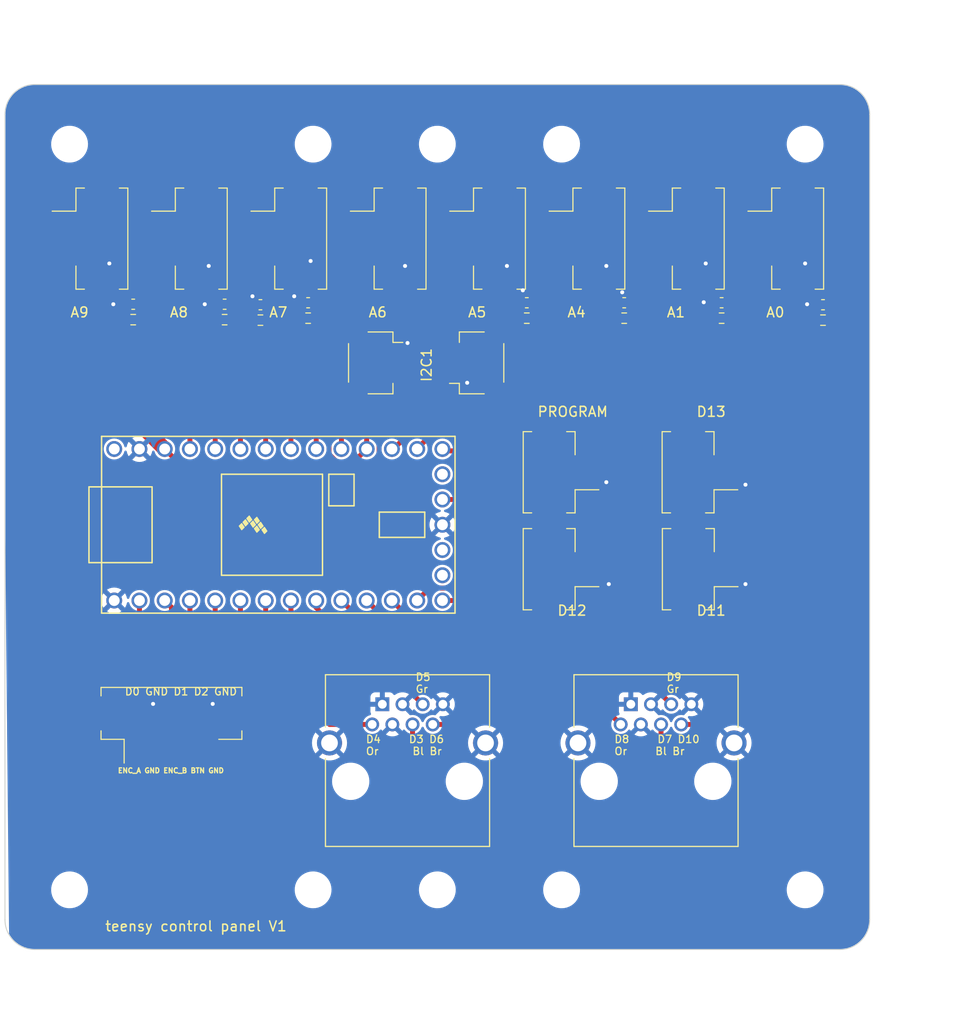
<source format=kicad_pcb>
(kicad_pcb (version 20221018) (generator pcbnew)
  (layers (0 "F.Cu" signal) (31 "B.Cu" signal) (34 "B.Paste" user) (35 "F.Paste" user) (36 "B.SilkS" user "B.Silkscreen") (37 "F.SilkS" user "F.Silkscreen") (38 "B.Mask" user) (39 "F.Mask" user) (44 "Edge.Cuts" user))
  (net 0 "")
  (net 4 "Net-(C201-Pad1)")
  (net 5 "GND")
  (net 6 "Net-(C301-Pad1)")
  (net 7 "Net-(C401-Pad1)")
  (net 8 "Net-(C501-Pad1)")
  (net 9 "Net-(C601-Pad1)")
  (net 10 "Net-(C701-Pad1)")
  (net 11 "Net-(C801-Pad1)")
  (net 12 "Net-(C901-Pad1)")
  (net 13 "D7")
  (net 14 "D10")
  (net 15 "D9")
  (net 16 "D8")
  (net 17 "D3")
  (net 18 "D6")
  (net 19 "D5")
  (net 20 "D4")
  (net 21 "+3.3V")
  (net 22 "SCL")
  (net 23 "SDA")
  (net 24 "A0")
  (net 25 "A1")
  (net 26 "A8")
  (net 27 "A9")
  (net 28 "A4")
  (net 29 "A5")
  (net 30 "A7")
  (net 31 "A6")
  (net 32 "SW_0")
  (net 33 "SW_1")
  (net 34 "SW_2")
  (net 35 "encoder_A")
  (net 36 "encoder_B")
  (net 37 "encoder_push")
  (net 38 "+VDC")
  (net 39 "PGRM")
  (footprint "MountingHole:MountingHole_3.2mm_M3" (layer "F.Cu") (at 53 129.5 90)
    (fp_text reference "H102" hide)
    (fp_text value "MountingHole" hide)
    (pad "" np_thru_hole circle (at 0 0 90) (size 3.2 3.2) (drill 3.2) (layers "*.Cu" "*.Mask"))
  )
  (footprint "Connector_JST:JST_PH_B3B-PH-SM4-TB_1x03-1MP_P2.00mm_Vertical" (layer "F.Cu") (at 84.5 64 -90)
    (fp_text reference "RV901" hide)
    (fp_text value "10k" hide)
    (pad "1" smd roundrect (at -2 0.5 270) (size 1 5.5) (layers "F.Cu" "F.Paste" "F.Mask") (net 21 "+3.3V"))
    (pad "2" smd roundrect (at 0 0.5 270) (size 1 5.5) (layers "F.Cu" "F.Paste" "F.Mask") (net 12 "Net-(C901-Pad1)"))
    (pad "3" smd roundrect (at 2 0.5 270) (size 1 5.5) (layers "F.Cu" "F.Paste" "F.Mask") (net 5 "GND"))
    (pad "MP" smd roundrect (at -4.4 -1.75 270) (size 1.6 3) (layers "F.Cu" "F.Paste" "F.Mask") (roundrect_rratio 0.15625))
    (pad "MP" smd roundrect (at 4.4 -1.75 270) (size 1.6 3) (layers "F.Cu" "F.Paste" "F.Mask") (roundrect_rratio 0.15625))
  )
  (footprint "MountingHole:MountingHole_3.2mm_M3" (layer "F.Cu") (at 77.5 54.5 90)
    (fp_text reference "H108" hide)
    (fp_text value "MountingHole" hide)
    (pad "" np_thru_hole circle (at 0 0 90) (size 3.2 3.2) (drill 3.2) (layers "*.Cu" "*.Mask"))
  )
  (footprint "matterwave:RJ45" (layer "F.Cu") (at 112 116.5)
    (fp_text reference "CO101" hide)
    (fp_text value "GPIO_D7-D10" hide)
    (pad "" np_thru_hole circle (at -5.715 2.08534) (size 3.25 3.25) (drill 3.25) (layers "*.Cu" "*.Mask"))
    (pad "" np_thru_hole circle (at 5.715 2.08534) (size 3.25 3.25) (drill 3.25) (layers "*.Cu" "*.Mask"))
    (pad "Bl" thru_hole circle (at 0.505 -3.63466) (size 1.398 1.398) (drill 0.89) (layers "*.Cu" "*.Mask") (net 13 "D7"))
    (pad "Bl*" thru_hole circle (at -0.505 -5.66466) (size 1.398 1.398) (drill 0.89) (layers "*.Cu" "*.Mask") (net 5 "GND"))
    (pad "Br" thru_hole circle (at 2.535 -3.63466) (size 1.398 1.398) (drill 0.89) (layers "*.Cu" "*.Mask") (net 14 "D10"))
    (pad "Br*" thru_hole circle (at 3.555 -5.66466) (size 1.398 1.398) (drill 0.89) (layers "*.Cu" "*.Mask") (net 5 "GND"))
    (pad "Gr" thru_hole circle (at 1.525 -5.66466) (size 1.398 1.398) (drill 0.89) (layers "*.Cu" "*.Mask") (net 15 "D9"))
    (pad "Gr*" thru_hole circle (at -1.525 -3.63466) (size 1.398 1.398) (drill 0.89) (layers "*.Cu" "*.Mask") (net 5 "GND"))
    (pad "Or" thru_hole circle (at -3.555 -3.63466) (size 1.398 1.398) (drill 0.89) (layers "*.Cu" "*.Mask") (net 16 "D8"))
    (pad "Or*" thru_hole rect (at -2.535 -5.66466) (size 1.398 1.398) (drill 0.89) (layers "*.Cu" "*.Mask") (net 5 "GND"))
    (pad "S" thru_hole circle (at -7.85 -1.77466) (size 2.52 2.52) (drill 1.68) (layers "*.Cu" "*.Mask") (net 5 "GND"))
    (pad "S" thru_hole circle (at 7.85 -1.77466) (size 2.52 2.52) (drill 1.68) (layers "*.Cu" "*.Mask") (net 5 "GND"))
  )
  (footprint "Connector_JST:JST_PH_B3B-PH-SM4-TB_1x03-1MP_P2.00mm_Vertical" (layer "F.Cu") (at 54.5 64 -90)
    (fp_text reference "RV501" hide)
    (fp_text value "10k" hide)
    (pad "1" smd roundrect (at -2 0.5 270) (size 1 5.5) (layers "F.Cu" "F.Paste" "F.Mask") (net 21 "+3.3V"))
    (pad "2" smd roundrect (at 0 0.5 270) (size 1 5.5) (layers "F.Cu" "F.Paste" "F.Mask") (net 8 "Net-(C501-Pad1)"))
    (pad "3" smd roundrect (at 2 0.5 270) (size 1 5.5) (layers "F.Cu" "F.Paste" "F.Mask") (net 5 "GND"))
    (pad "MP" smd roundrect (at -4.4 -1.75 270) (size 1.6 3) (layers "F.Cu" "F.Paste" "F.Mask") (roundrect_rratio 0.15625))
    (pad "MP" smd roundrect (at 4.4 -1.75 270) (size 1.6 3) (layers "F.Cu" "F.Paste" "F.Mask") (roundrect_rratio 0.15625))
  )
  (footprint "Resistor_SMD:R_0603_1608Metric" (layer "F.Cu") (at 128.8 72.2 180)
    (fp_text reference "R201" hide)
    (fp_text value "1k" hide)
    (pad "1" smd roundrect (at -0.825 0 180) (size 0.8 0.95) (layers "F.Cu" "F.Paste" "F.Mask") (net 4 "Net-(C201-Pad1)"))
    (pad "2" smd roundrect (at 0.825 0 180) (size 0.8 0.95) (layers "F.Cu" "F.Paste" "F.Mask") (net 24 "A0"))
  )
  (footprint "MountingHole:MountingHole_3.2mm_M3" (layer "F.Cu") (at 102.5 54.5 90)
    (fp_text reference "H110" hide)
    (fp_text value "MountingHole" hide)
    (pad "" np_thru_hole circle (at 0 0 90) (size 3.2 3.2) (drill 3.2) (layers "*.Cu" "*.Mask"))
  )
  (footprint "Connector_JST:JST_PH_B3B-PH-SM4-TB_1x03-1MP_P2.00mm_Vertical" (layer "F.Cu") (at 74.5 64 -90)
    (fp_text reference "RV801" hide)
    (fp_text value "10k" hide)
    (pad "1" smd roundrect (at -2 0.5 270) (size 1 5.5) (layers "F.Cu" "F.Paste" "F.Mask") (net 21 "+3.3V"))
    (pad "2" smd roundrect (at 0 0.5 270) (size 1 5.5) (layers "F.Cu" "F.Paste" "F.Mask") (net 11 "Net-(C801-Pad1)"))
    (pad "3" smd roundrect (at 2 0.5 270) (size 1 5.5) (layers "F.Cu" "F.Paste" "F.Mask") (net 5 "GND"))
    (pad "MP" smd roundrect (at -4.4 -1.75 270) (size 1.6 3) (layers "F.Cu" "F.Paste" "F.Mask") (roundrect_rratio 0.15625))
    (pad "MP" smd roundrect (at 4.4 -1.75 270) (size 1.6 3) (layers "F.Cu" "F.Paste" "F.Mask") (roundrect_rratio 0.15625))
  )
  (footprint "Resistor_SMD:R_0603_1608Metric" (layer "F.Cu") (at 108.8 72 180)
    (fp_text reference "R601" hide)
    (fp_text value "1k" hide)
    (pad "1" smd roundrect (at -0.825 0 180) (size 0.8 0.95) (layers "F.Cu" "F.Paste" "F.Mask") (net 9 "Net-(C601-Pad1)"))
    (pad "2" smd roundrect (at 0.825 0 180) (size 0.8 0.95) (layers "F.Cu" "F.Paste" "F.Mask") (net 28 "A4"))
  )
  (footprint "Resistor_SMD:R_0603_1608Metric" (layer "F.Cu") (at 77 72 180)
    (fp_text reference "R901" hide)
    (fp_text value "1k" hide)
    (pad "1" smd roundrect (at -0.825 0 180) (size 0.8 0.95) (layers "F.Cu" "F.Paste" "F.Mask") (net 12 "Net-(C901-Pad1)"))
    (pad "2" smd roundrect (at 0.825 0 180) (size 0.8 0.95) (layers "F.Cu" "F.Paste" "F.Mask") (net 31 "A6"))
  )
  (footprint "Capacitor_SMD:C_0603_1608Metric" (layer "F.Cu") (at 77 70.45 180)
    (fp_text reference "C901" hide)
    (fp_text value "220n" hide)
    (pad "1" smd roundrect (at -0.775 0 180) (size 0.9 0.95) (layers "F.Cu" "F.Paste" "F.Mask") (net 12 "Net-(C901-Pad1)"))
    (pad "2" smd roundrect (at 0.775 0 180) (size 0.9 0.95) (layers "F.Cu" "F.Paste" "F.Mask") (net 5 "GND"))
  )
  (footprint "Connector_JST:JST_PH_B2B-PH-SM4-TB_1x02-1MP_P2.00mm_Vertical" (layer "F.Cu") (at 103 97.25 90)
    (fp_text reference "SW103" hide)
    (fp_text value "SW_0" hide)
    (pad "1" smd roundrect (at -1 0.5 90) (size 1 5.5) (layers "F.Cu" "F.Paste" "F.Mask") (net 5 "GND"))
    (pad "2" smd roundrect (at 1 0.5 90) (size 1 5.5) (layers "F.Cu" "F.Paste" "F.Mask") (net 33 "SW_1"))
    (pad "MP" smd roundrect (at -3.4 -1.75 90) (size 1.6 3) (layers "F.Cu" "F.Paste" "F.Mask") (roundrect_rratio 0.15625))
    (pad "MP" smd roundrect (at 3.4 -1.75 90) (size 1.6 3) (layers "F.Cu" "F.Paste" "F.Mask") (roundrect_rratio 0.15625))
  )
  (footprint "teensy:Teensy40_reduced" (layer "F.Cu") (at 74 92.78)
    (fp_text reference "U101" hide)
    (fp_text value "Teensy4.0" hide)
    (pad "1" thru_hole circle (at -16.51 7.62) (size 1.6 1.6) (drill 1.1) (layers "*.Cu" "*.Mask") (net 5 "GND"))
    (pad "2" thru_hole circle (at -13.97 7.62) (size 1.6 1.6) (drill 1.1) (layers "*.Cu" "*.Mask") (net 35 "encoder_A"))
    (pad "3" thru_hole circle (at -11.43 7.62) (size 1.6 1.6) (drill 1.1) (layers "*.Cu" "*.Mask") (net 36 "encoder_B"))
    (pad "4" thru_hole circle (at -8.89 7.62) (size 1.6 1.6) (drill 1.1) (layers "*.Cu" "*.Mask") (net 37 "encoder_push"))
    (pad "5" thru_hole circle (at -6.35 7.62) (size 1.6 1.6) (drill 1.1) (layers "*.Cu" "*.Mask") (net 17 "D3"))
    (pad "6" thru_hole circle (at -3.81 7.62) (size 1.6 1.6) (drill 1.1) (layers "*.Cu" "*.Mask") (net 20 "D4"))
    (pad "7" thru_hole circle (at -1.27 7.62) (size 1.6 1.6) (drill 1.1) (layers "*.Cu" "*.Mask") (net 19 "D5"))
    (pad "8" thru_hole circle (at 1.27 7.62) (size 1.6 1.6) (drill 1.1) (layers "*.Cu" "*.Mask") (net 18 "D6"))
    (pad "9" thru_hole circle (at 3.81 7.62) (size 1.6 1.6) (drill 1.1) (layers "*.Cu" "*.Mask") (net 13 "D7"))
    (pad "10" thru_hole circle (at 6.35 7.62) (size 1.6 1.6) (drill 1.1) (layers "*.Cu" "*.Mask") (net 16 "D8"))
    (pad "11" thru_hole circle (at 8.89 7.62) (size 1.6 1.6) (drill 1.1) (layers "*.Cu" "*.Mask") (net 15 "D9"))
    (pad "12" thru_hole circle (at 11.43 7.62) (size 1.6 1.6) (drill 1.1) (layers "*.Cu" "*.Mask") (net 14 "D10"))
    (pad "13" thru_hole circle (at 13.97 7.62) (size 1.6 1.6) (drill 1.1) (layers "*.Cu" "*.Mask") (net 34 "SW_2"))
    (pad "14" thru_hole circle (at 16.51 7.62) (size 1.6 1.6) (drill 1.1) (layers "*.Cu" "*.Mask") (net 33 "SW_1"))
    (pad "15" thru_hole circle (at 16.51 5.08) (size 1.6 1.6) (drill 1.1) (layers "*.Cu" "*.Mask"))
    (pad "16" thru_hole circle (at 16.51 2.54) (size 1.6 1.6) (drill 1.1) (layers "*.Cu" "*.Mask"))
    (pad "17" thru_hole circle (at 16.51 0) (size 1.6 1.6) (drill 1.1) (layers "*.Cu" "*.Mask") (net 5 "GND"))
    (pad "18" thru_hole circle (at 16.51 -2.54) (size 1.6 1.6) (drill 1.1) (layers "*.Cu" "*.Mask") (net 39 "PGRM"))
    (pad "19" thru_hole circle (at 16.51 -5.08) (size 1.6 1.6) (drill 1.1) (layers "*.Cu" "*.Mask"))
    (pad "20" thru_hole circle (at 16.51 -7.62) (size 1.6 1.6) (drill 1.1) (layers "*.Cu" "*.Mask") (net 32 "SW_0"))
    (pad "21" thru_hole circle (at 13.97 -7.62) (size 1.6 1.6) (drill 1.1) (layers "*.Cu" "*.Mask") (net 24 "A0"))
    (pad "22" thru_hole circle (at 11.43 -7.62) (size 1.6 1.6) (drill 1.1) (layers "*.Cu" "*.Mask") (net 25 "A1"))
    (pad "23" thru_hole circle (at 8.89 -7.62) (size 1.6 1.6) (drill 1.1) (layers "*.Cu" "*.Mask") (net 22 "SCL"))
    (pad "24" thru_hole circle (at 6.35 -7.62) (size 1.6 1.6) (drill 1.1) (layers "*.Cu" "*.Mask") (net 23 "SDA"))
    (pad "25" thru_hole circle (at 3.81 -7.62) (size 1.6 1.6) (drill 1.1) (layers "*.Cu" "*.Mask") (net 28 "A4"))
    (pad "26" thru_hole circle (at 1.27 -7.62) (size 1.6 1.6) (drill 1.1) (layers "*.Cu" "*.Mask") (net 29 "A5"))
    (pad "27" thru_hole circle (at -1.27 -7.62) (size 1.6 1.6) (drill 1.1) (layers "*.Cu" "*.Mask") (net 31 "A6"))
    (pad "28" thru_hole circle (at -3.81 -7.62) (size 1.6 1.6) (drill 1.1) (layers "*.Cu" "*.Mask") (net 30 "A7"))
    (pad "29" thru_hole circle (at -6.35 -7.62) (size 1.6 1.6) (drill 1.1) (layers "*.Cu" "*.Mask") (net 26 "A8"))
    (pad "30" thru_hole circle (at -8.89 -7.62) (size 1.6 1.6) (drill 1.1) (layers "*.Cu" "*.Mask") (net 27 "A9"))
    (pad "31" thru_hole circle (at -11.43 -7.62) (size 1.6 1.6) (drill 1.1) (layers "*.Cu" "*.Mask") (net 21 "+3.3V"))
    (pad "32" thru_hole circle (at -13.97 -7.62) (size 1.6 1.6) (drill 1.1) (layers "*.Cu" "*.Mask") (net 5 "GND"))
    (pad "33" thru_hole circle (at -16.51 -7.62) (size 1.6 1.6) (drill 1.1) (layers "*.Cu" "*.Mask") (net 38 "+VDC"))
  )
  (footprint "MountingHole:MountingHole_3.2mm_M3" (layer "F.Cu") (at 127 129.5 90)
    (fp_text reference "H104" hide)
    (fp_text value "MountingHole" hide)
    (pad "" np_thru_hole circle (at 0 0 90) (size 3.2 3.2) (drill 3.2) (layers "*.Cu" "*.Mask"))
  )
  (footprint "Connector_JST:JST_PH_B3B-PH-SM4-TB_1x03-1MP_P2.00mm_Vertical" (layer "F.Cu") (at 64.5 64 -90)
    (fp_text reference "RV401" hide)
    (fp_text value "10k" hide)
    (pad "1" smd roundrect (at -2 0.5 270) (size 1 5.5) (layers "F.Cu" "F.Paste" "F.Mask") (net 21 "+3.3V"))
    (pad "2" smd roundrect (at 0 0.5 270) (size 1 5.5) (layers "F.Cu" "F.Paste" "F.Mask") (net 7 "Net-(C401-Pad1)"))
    (pad "3" smd roundrect (at 2 0.5 270) (size 1 5.5) (layers "F.Cu" "F.Paste" "F.Mask") (net 5 "GND"))
    (pad "MP" smd roundrect (at -4.4 -1.75 270) (size 1.6 3) (layers "F.Cu" "F.Paste" "F.Mask") (roundrect_rratio 0.15625))
    (pad "MP" smd roundrect (at 4.4 -1.75 270) (size 1.6 3) (layers "F.Cu" "F.Paste" "F.Mask") (roundrect_rratio 0.15625))
  )
  (footprint "Connector_JST:JST_SH_SM04B-SRSS-TB_1x04-1MP_P1.00mm_Horizontal" (layer "F.Cu") (at 83.75 76.5 -90)
    (fp_text reference "J101" hide)
    (fp_text value "I2C_1" hide)
    (pad "1" smd roundrect (at -1.5 -2 270) (size 0.6 1.55) (layers "F.Cu" "F.Paste" "F.Mask") (net 5 "GND"))
    (pad "2" smd roundrect (at -0.5 -2 270) (size 0.6 1.55) (layers "F.Cu" "F.Paste" "F.Mask") (net 21 "+3.3V"))
    (pad "3" smd roundrect (at 0.5 -2 270) (size 0.6 1.55) (layers "F.Cu" "F.Paste" "F.Mask") (net 22 "SCL"))
    (pad "4" smd roundrect (at 1.5 -2 270) (size 0.6 1.55) (layers "F.Cu" "F.Paste" "F.Mask") (net 23 "SDA"))
    (pad "MP" smd roundrect (at -2.8 1.875 270) (size 1.2 1.8) (layers "F.Cu" "F.Paste" "F.Mask") (roundrect_rratio 0.2083333333))
    (pad "MP" smd roundrect (at 2.8 1.875 270) (size 1.2 1.8) (layers "F.Cu" "F.Paste" "F.Mask") (roundrect_rratio 0.2083333333))
  )
  (footprint "Connector_JST:JST_PH_B3B-PH-SM4-TB_1x03-1MP_P2.00mm_Vertical" (layer "F.Cu") (at 94.5 64 -90)
    (fp_text reference "RV701" hide)
    (fp_text value "10k" hide)
    (pad "1" smd roundrect (at -2 0.5 270) (size 1 5.5) (layers "F.Cu" "F.Paste" "F.Mask") (net 21 "+3.3V"))
    (pad "2" smd roundrect (at 0 0.5 270) (size 1 5.5) (layers "F.Cu" "F.Paste" "F.Mask") (net 10 "Net-(C701-Pad1)"))
    (pad "3" smd roundrect (at 2 0.5 270) (size 1 5.5) (layers "F.Cu" "F.Paste" "F.Mask") (net 5 "GND"))
    (pad "MP" smd roundrect (at -4.4 -1.75 270) (size 1.6 3) (layers "F.Cu" "F.Paste" "F.Mask") (roundrect_rratio 0.15625))
    (pad "MP" smd roundrect (at 4.4 -1.75 270) (size 1.6 3) (layers "F.Cu" "F.Paste" "F.Mask") (roundrect_rratio 0.15625))
  )
  (footprint "Connector_JST:JST_PH_B2B-PH-SM4-TB_1x02-1MP_P2.00mm_Vertical" (layer "F.Cu") (at 117 97.25 90)
    (fp_text reference "SW104" hide)
    (fp_text value "SW_0" hide)
    (pad "1" smd roundrect (at -1 0.5 90) (size 1 5.5) (layers "F.Cu" "F.Paste" "F.Mask") (net 5 "GND"))
    (pad "2" smd roundrect (at 1 0.5 90) (size 1 5.5) (layers "F.Cu" "F.Paste" "F.Mask") (net 34 "SW_2"))
    (pad "MP" smd roundrect (at -3.4 -1.75 90) (size 1.6 3) (layers "F.Cu" "F.Paste" "F.Mask") (roundrect_rratio 0.15625))
    (pad "MP" smd roundrect (at 3.4 -1.75 90) (size 1.6 3) (layers "F.Cu" "F.Paste" "F.Mask") (roundrect_rratio 0.15625))
  )
  (footprint "MountingHole:MountingHole_3.2mm_M3" (layer "F.Cu") (at 102.5 129.5)
    (fp_text reference "H105" hide)
    (fp_text value "MountingHole" hide)
    (pad "" np_thru_hole circle (at 0 0) (size 3.2 3.2) (drill 3.2) (layers "*.Cu" "*.Mask"))
  )
  (footprint "Capacitor_SMD:C_0603_1608Metric" (layer "F.Cu") (at 128.8 70.65 180)
    (fp_text reference "C201" hide)
    (fp_text value "220n" hide)
    (pad "1" smd roundrect (at -0.775 0 180) (size 0.9 0.95) (layers "F.Cu" "F.Paste" "F.Mask") (net 4 "Net-(C201-Pad1)"))
    (pad "2" smd roundrect (at 0.775 0 180) (size 0.9 0.95) (layers "F.Cu" "F.Paste" "F.Mask") (net 5 "GND"))
  )
  (footprint "MountingHole:MountingHole_3.2mm_M3" (layer "F.Cu") (at 53 54.5)
    (fp_text reference "H107" hide)
    (fp_text value "MountingHole" hide)
    (pad "" np_thru_hole circle (at 0 0) (size 3.2 3.2) (drill 3.2) (layers "*.Cu" "*.Mask"))
  )
  (footprint "Connector_JST:JST_PH_B3B-PH-SM4-TB_1x03-1MP_P2.00mm_Vertical" (layer "F.Cu") (at 104.5 64 -90)
    (fp_text reference "RV601" hide)
    (fp_text value "10k" hide)
    (pad "1" smd roundrect (at -2 0.5 270) (size 1 5.5) (layers "F.Cu" "F.Paste" "F.Mask") (net 21 "+3.3V"))
    (pad "2" smd roundrect (at 0 0.5 270) (size 1 5.5) (layers "F.Cu" "F.Paste" "F.Mask") (net 9 "Net-(C601-Pad1)"))
    (pad "3" smd roundrect (at 2 0.5 270) (size 1 5.5) (layers "F.Cu" "F.Paste" "F.Mask") (net 5 "GND"))
    (pad "MP" smd roundrect (at -4.4 -1.75 270) (size 1.6 3) (layers "F.Cu" "F.Paste" "F.Mask") (roundrect_rratio 0.15625))
    (pad "MP" smd roundrect (at 4.4 -1.75 270) (size 1.6 3) (layers "F.Cu" "F.Paste" "F.Mask") (roundrect_rratio 0.15625))
  )
  (footprint "Capacitor_SMD:C_0603_1608Metric" (layer "F.Cu") (at 68.6 70.6 180)
    (fp_text reference "C401" hide)
    (fp_text value "220n" hide)
    (pad "1" smd roundrect (at -0.775 0 180) (size 0.9 0.95) (layers "F.Cu" "F.Paste" "F.Mask") (net 7 "Net-(C401-Pad1)"))
    (pad "2" smd roundrect (at 0.775 0 180) (size 0.9 0.95) (layers "F.Cu" "F.Paste" "F.Mask") (net 5 "GND"))
  )
  (footprint "matterwave:RJ45" (layer "F.Cu") (at 87 116.5)
    (fp_text reference "CO102" hide)
    (fp_text value "GPIO_D3-D6" hide)
    (pad "" np_thru_hole circle (at -5.715 2.08534) (size 3.25 3.25) (drill 3.25) (layers "*.Cu" "*.Mask"))
    (pad "" np_thru_hole circle (at 5.715 2.08534) (size 3.25 3.25) (drill 3.25) (layers "*.Cu" "*.Mask"))
    (pad "Bl" thru_hole circle (at 0.505 -3.63466) (size 1.398 1.398) (drill 0.89) (layers "*.Cu" "*.Mask") (net 17 "D3"))
    (pad "Bl*" thru_hole circle (at -0.505 -5.66466) (size 1.398 1.398) (drill 0.89) (layers "*.Cu" "*.Mask") (net 5 "GND"))
    (pad "Br" thru_hole circle (at 2.535 -3.63466) (size 1.398 1.398) (drill 0.89) (layers "*.Cu" "*.Mask") (net 18 "D6"))
    (pad "Br*" thru_hole circle (at 3.555 -5.66466) (size 1.398 1.398) (drill 0.89) (layers "*.Cu" "*.Mask") (net 5 "GND"))
    (pad "Gr" thru_hole circle (at 1.525 -5.66466) (size 1.398 1.398) (drill 0.89) (layers "*.Cu" "*.Mask") (net 19 "D5"))
    (pad "Gr*" thru_hole circle (at -1.525 -3.63466) (size 1.398 1.398) (drill 0.89) (layers "*.Cu" "*.Mask") (net 5 "GND"))
    (pad "Or" thru_hole circle (at -3.555 -3.63466) (size 1.398 1.398) (drill 0.89) (layers "*.Cu" "*.Mask") (net 20 "D4"))
    (pad "Or*" thru_hole rect (at -2.535 -5.66466) (size 1.398 1.398) (drill 0.89) (layers "*.Cu" "*.Mask") (net 5 "GND"))
    (pad "S" thru_hole circle (at -7.85 -1.77466) (size 2.52 2.52) (drill 1.68) (layers "*.Cu" "*.Mask") (net 5 "GND"))
    (pad "S" thru_hole circle (at 7.85 -1.77466) (size 2.52 2.52) (drill 1.68) (layers "*.Cu" "*.Mask") (net 5 "GND"))
  )
  (footprint "MountingHole:MountingHole_3.2mm_M3" (layer "F.Cu") (at 127 54.5 90)
    (fp_text reference "H106" hide)
    (fp_text value "MountingHole" hide)
    (pad "" np_thru_hole circle (at 0 0 90) (size 3.2 3.2) (drill 3.2) (layers "*.Cu" "*.Mask"))
  )
  (footprint "MountingHole:MountingHole_3.2mm_M3" (layer "F.Cu") (at 77.5 129.5)
    (fp_text reference "H101" hide)
    (fp_text value "MountingHole" hide)
    (pad "" np_thru_hole circle (at 0 0) (size 3.2 3.2) (drill 3.2) (layers "*.Cu" "*.Mask"))
  )
  (footprint "Resistor_SMD:R_0603_1608Metric" (layer "F.Cu") (at 118.6 72 180)
    (fp_text reference "R301" hide)
    (fp_text value "1k" hide)
    (pad "1" smd roundrect (at -0.825 0 180) (size 0.8 0.95) (layers "F.Cu" "F.Paste" "F.Mask") (net 6 "Net-(C301-Pad1)"))
    (pad "2" smd roundrect (at 0.825 0 180) (size 0.8 0.95) (layers "F.Cu" "F.Paste" "F.Mask") (net 25 "A1"))
  )
  (footprint "Resistor_SMD:R_0603_1608Metric" (layer "F.Cu") (at 99 72 180)
    (fp_text reference "R701" hide)
    (fp_text value "1k" hide)
    (pad "1" smd roundrect (at -0.825 0 180) (size 0.8 0.95) (layers "F.Cu" "F.Paste" "F.Mask") (net 10 "Net-(C701-Pad1)"))
    (pad "2" smd roundrect (at 0.825 0 180) (size 0.8 0.95) (layers "F.Cu" "F.Paste" "F.Mask") (net 29 "A5"))
  )
  (footprint "Connector_JST:JST_PH_B2B-PH-SM4-TB_1x02-1MP_P2.00mm_Vertical" (layer "F.Cu") (at 103 87.5 90)
    (fp_text reference "SW105" hide)
    (fp_text value "PRGM" hide)
    (pad "1" smd roundrect (at -1 0.5 90) (size 1 5.5) (layers "F.Cu" "F.Paste" "F.Mask") (net 5 "GND"))
    (pad "2" smd roundrect (at 1 0.5 90) (size 1 5.5) (layers "F.Cu" "F.Paste" "F.Mask") (net 39 "PGRM"))
    (pad "MP" smd roundrect (at -3.4 -1.75 90) (size 1.6 3) (layers "F.Cu" "F.Paste" "F.Mask") (roundrect_rratio 0.15625))
    (pad "MP" smd roundrect (at 3.4 -1.75 90) (size 1.6 3) (layers "F.Cu" "F.Paste" "F.Mask") (roundrect_rratio 0.15625))
  )
  (footprint "Capacitor_SMD:C_0603_1608Metric" (layer "F.Cu") (at 118.6 70.45 180)
    (fp_text reference "C301" hide)
    (fp_text value "220n" hide)
    (pad "1" smd roundrect (at -0.775 0 180) (size 0.9 0.95) (layers "F.Cu" "F.Paste" "F.Mask") (net 6 "Net-(C301-Pad1)"))
    (pad "2" smd roundrect (at 0.775 0 180) (size 0.9 0.95) (layers "F.Cu" "F.Paste" "F.Mask") (net 5 "GND"))
  )
  (footprint "Connector_JST:JST_PH_B3B-PH-SM4-TB_1x03-1MP_P2.00mm_Vertical" (layer "F.Cu") (at 124.5 64 -90)
    (fp_text reference "RV201" hide)
    (fp_text value "10k" hide)
    (pad "1" smd roundrect (at -2 0.5 270) (size 1 5.5) (layers "F.Cu" "F.Paste" "F.Mask") (net 21 "+3.3V"))
    (pad "2" smd roundrect (at 0 0.5 270) (size 1 5.5) (layers "F.Cu" "F.Paste" "F.Mask") (net 4 "Net-(C201-Pad1)"))
    (pad "3" smd roundrect (at 2 0.5 270) (size 1 5.5) (layers "F.Cu" "F.Paste" "F.Mask") (net 5 "GND"))
    (pad "MP" smd roundrect (at -4.4 -1.75 270) (size 1.6 3) (layers "F.Cu" "F.Paste" "F.Mask") (roundrect_rratio 0.15625))
    (pad "MP" smd roundrect (at 4.4 -1.75 270) (size 1.6 3) (layers "F.Cu" "F.Paste" "F.Mask") (roundrect_rratio 0.15625))
  )
  (footprint "Connector_JST:JST_PH_B2B-PH-SM4-TB_1x02-1MP_P2.00mm_Vertical" (layer "F.Cu") (at 116.975 87.5 90)
    (fp_text reference "SW102" hide)
    (fp_text value "SW_0" hide)
    (pad "1" smd roundrect (at -1 0.5 90) (size 1 5.5) (layers "F.Cu" "F.Paste" "F.Mask") (net 5 "GND"))
    (pad "2" smd roundrect (at 1 0.5 90) (size 1 5.5) (layers "F.Cu" "F.Paste" "F.Mask") (net 32 "SW_0"))
    (pad "MP" smd roundrect (at -3.4 -1.75 90) (size 1.6 3) (layers "F.Cu" "F.Paste" "F.Mask") (roundrect_rratio 0.15625))
    (pad "MP" smd roundrect (at 3.4 -1.75 90) (size 1.6 3) (layers "F.Cu" "F.Paste" "F.Mask") (roundrect_rratio 0.15625))
  )
  (footprint "Capacitor_SMD:C_0603_1608Metric" (layer "F.Cu") (at 72.2 70.65 180)
    (fp_text reference "C801" hide)
    (fp_text value "220n" hide)
    (pad "1" smd roundrect (at -0.775 0 180) (size 0.9 0.95) (layers "F.Cu" "F.Paste" "F.Mask") (net 11 "Net-(C801-Pad1)"))
    (pad "2" smd roundrect (at 0.775 0 180) (size 0.9 0.95) (layers "F.Cu" "F.Paste" "F.Mask") (net 5 "GND"))
  )
  (footprint "Capacitor_SMD:C_0603_1608Metric" (layer "F.Cu") (at 108.8 70.45 180)
    (fp_text reference "C601" hide)
    (fp_text value "220n" hide)
    (pad "1" smd roundrect (at -0.775 0 180) (size 0.9 0.95) (layers "F.Cu" "F.Paste" "F.Mask") (net 9 "Net-(C601-Pad1)"))
    (pad "2" smd roundrect (at 0.775 0 180) (size 0.9 0.95) (layers "F.Cu" "F.Paste" "F.Mask") (net 5 "GND"))
  )
  (footprint "Connector_JST:JST_PH_B5B-PH-SM4-TB_1x05-1MP_P2.00mm_Vertical" (layer "F.Cu") (at 63.25 113.5)
    (fp_text reference "SW101" hide)
    (fp_text value "RotaryEncoder_Switch" hide)
    (pad "1" smd roundrect (at -4 0.5) (size 1 5.5) (layers "F.Cu" "F.Paste" "F.Mask") (net 35 "encoder_A"))
    (pad "2" smd roundrect (at -2 0.5) (size 1 5.5) (layers "F.Cu" "F.Paste" "F.Mask") (net 5 "GND"))
    (pad "3" smd roundrect (at 0 0.5) (size 1 5.5) (layers "F.Cu" "F.Paste" "F.Mask") (net 36 "encoder_B"))
    (pad "4" smd roundrect (at 2 0.5) (size 1 5.5) (layers "F.Cu" "F.Paste" "F.Mask") (net 37 "encoder_push"))
    (pad "5" smd roundrect (at 4 0.5) (size 1 5.5) (layers "F.Cu" "F.Paste" "F.Mask") (net 5 "GND"))
    (pad "MP" smd roundrect (at -6.4 -1.75) (size 1.6 3) (layers "F.Cu" "F.Paste" "F.Mask") (roundrect_rratio 0.15625))
    (pad "MP" smd roundrect (at 6.4 -1.75) (size 1.6 3) (layers "F.Cu" "F.Paste" "F.Mask") (roundrect_rratio 0.15625))
  )
  (footprint "MountingHole:MountingHole_3.2mm_M3" (layer "F.Cu") (at 90 54.5 90)
    (fp_text reference "H109" hide)
    (fp_text value "MountingHole" hide)
    (pad "" np_thru_hole circle (at 0 0 90) (size 3.2 3.2) (drill 3.2) (layers "*.Cu" "*.Mask"))
  )
  (footprint "Connector_JST:JST_SH_SM04B-SRSS-TB_1x04-1MP_P1.00mm_Horizontal" (layer "F.Cu") (at 94 76.5 90)
    (fp_text reference "J102" hide)
    (fp_text value "I2C_0" hide)
    (pad "1" smd roundrect (at -1.5 -2 90) (size 0.6 1.55) (layers "F.Cu" "F.Paste" "F.Mask") (net 5 "GND"))
    (pad "2" smd roundrect (at -0.5 -2 90) (size 0.6 1.55) (layers "F.Cu" "F.Paste" "F.Mask") (net 21 "+3.3V"))
    (pad "3" smd roundrect (at 0.5 -2 90) (size 0.6 1.55) (layers "F.Cu" "F.Paste" "F.Mask") (net 22 "SCL"))
    (pad "4" smd roundrect (at 1.5 -2 90) (size 0.6 1.55) (layers "F.Cu" "F.Paste" "F.Mask") (net 23 "SDA"))
    (pad "MP" smd roundrect (at -2.8 1.875 90) (size 1.2 1.8) (layers "F.Cu" "F.Paste" "F.Mask") (roundrect_rratio 0.2083333333))
    (pad "MP" smd roundrect (at 2.8 1.875 90) (size 1.2 1.8) (layers "F.Cu" "F.Paste" "F.Mask") (roundrect_rratio 0.2083333333))
  )
  (footprint "Connector_JST:JST_PH_B3B-PH-SM4-TB_1x03-1MP_P2.00mm_Vertical" (layer "F.Cu") (at 114.5 64 -90)
    (fp_text reference "RV301" hide)
    (fp_text value "10k" hide)
    (pad "1" smd roundrect (at -2 0.5 270) (size 1 5.5) (layers "F.Cu" "F.Paste" "F.Mask") (net 21 "+3.3V"))
    (pad "2" smd roundrect (at 0 0.5 270) (size 1 5.5) (layers "F.Cu" "F.Paste" "F.Mask") (net 6 "Net-(C301-Pad1)"))
    (pad "3" smd roundrect (at 2 0.5 270) (size 1 5.5) (layers "F.Cu" "F.Paste" "F.Mask") (net 5 "GND"))
    (pad "MP" smd roundrect (at -4.4 -1.75 270) (size 1.6 3) (layers "F.Cu" "F.Paste" "F.Mask") (roundrect_rratio 0.15625))
    (pad "MP" smd roundrect (at 4.4 -1.75 270) (size 1.6 3) (layers "F.Cu" "F.Paste" "F.Mask") (roundrect_rratio 0.15625))
  )
  (footprint "Resistor_SMD:R_0603_1608Metric" (layer "F.Cu") (at 59.4 72.15 180)
    (fp_text reference "R501" hide)
    (fp_text value "1k" hide)
    (pad "1" smd roundrect (at -0.825 0 180) (size 0.8 0.95) (layers "F.Cu" "F.Paste" "F.Mask") (net 8 "Net-(C501-Pad1)"))
    (pad "2" smd roundrect (at 0.825 0 180) (size 0.8 0.95) (layers "F.Cu" "F.Paste" "F.Mask") (net 27 "A9"))
  )
  (footprint "Capacitor_SMD:C_0603_1608Metric" (layer "F.Cu") (at 59.4 70.6 180)
    (fp_text reference "C501" hide)
    (fp_text value "220n" hide)
    (pad "1" smd roundrect (at -0.775 0 180) (size 0.9 0.95) (layers "F.Cu" "F.Paste" "F.Mask") (net 8 "Net-(C501-Pad1)"))
    (pad "2" smd roundrect (at 0.775 0 180) (size 0.9 0.95) (layers "F.Cu" "F.Paste" "F.Mask") (net 5 "GND"))
  )
  (footprint "Resistor_SMD:R_0603_1608Metric" (layer "F.Cu") (at 72.2 72.2 180)
    (fp_text reference "R801" hide)
    (fp_text value "1k" hide)
    (pad "1" smd roundrect (at -0.825 0 180) (size 0.8 0.95) (layers "F.Cu" "F.Paste" "F.Mask") (net 11 "Net-(C801-Pad1)"))
    (pad "2" smd roundrect (at 0.825 0 180) (size 0.8 0.95) (layers "F.Cu" "F.Paste" "F.Mask") (net 30 "A7"))
  )
  (footprint "MountingHole:MountingHole_3.2mm_M3" (layer "F.Cu") (at 90 129.5)
    (fp_text reference "H103" hide)
    (fp_text value "MountingHole" hide)
    (pad "" np_thru_hole circle (at 0 0) (size 3.2 3.2) (drill 3.2) (layers "*.Cu" "*.Mask"))
  )
  (footprint "Capacitor_SMD:C_0603_1608Metric" (layer "F.Cu") (at 99 70.45 180)
    (fp_text reference "C701" hide)
    (fp_text value "220n" hide)
    (pad "1" smd roundrect (at -0.775 0 180) (size 0.9 0.95) (layers "F.Cu" "F.Paste" "F.Mask") (net 10 "Net-(C701-Pad1)"))
    (pad "2" smd roundrect (at 0.775 0 180) (size 0.9 0.95) (layers "F.Cu" "F.Paste" "F.Mask") (net 5 "GND"))
  )
  (footprint "Resistor_SMD:R_0603_1608Metric" (layer "F.Cu") (at 68.6 72.15 180)
    (fp_text reference "R401" hide)
    (fp_text value "1k" hide)
    (pad "1" smd roundrect (at -0.825 0 180) (size 0.8 0.95) (layers "F.Cu" "F.Paste" "F.Mask") (net 7 "Net-(C401-Pad1)"))
    (pad "2" smd roundrect (at 0.825 0 180) (size 0.8 0.95) (layers "F.Cu" "F.Paste" "F.Mask") (net 26 "A8"))
  )
  (gr_line (start 46.5 51.5) (end 46.5 132.5) (stroke (width 0.1)) (layer "Edge.Cuts"))
  (gr_arc (start 46.5 51.5) (mid 47.37868 49.37868) (end 49.5 48.5) (stroke (width 0.1)) (layer "Edge.Cuts"))
  (gr_line (start 130.5 48.5) (end 49.5 48.5) (stroke (width 0.1)) (layer "Edge.Cuts"))
  (gr_arc (start 130.5 48.5) (mid 132.62132 49.37868) (end 133.5 51.5) (stroke (width 0.1)) (layer "Edge.Cuts"))
  (gr_arc (start 133.5 132.5) (mid 132.62132 134.62132) (end 130.5 135.5) (stroke (width 0.1)) (layer "Edge.Cuts"))
  (gr_line (start 49.5 135.5) (end 130.5 135.5) (stroke (width 0.1)) (layer "Edge.Cuts"))
  (gr_arc (start 49.5 135.5) (mid 47.37868 134.62132) (end 46.5 132.5) (stroke (width 0.1)) (layer "Edge.Cuts"))
  (gr_line (start 133.5 132.5) (end 133.5 51.5) (stroke (width 0.1)) (layer "Edge.Cuts"))
  (gr_text "A5" (at 93 72) (layer "F.SilkS") (effects (font (size 1 1)) (justify left bottom)))
  (gr_text "A8" (at 63 72) (layer "F.SilkS") (effects (font (size 1 1)) (justify left bottom)))
  (gr_text "A0" (at 123 72) (layer "F.SilkS") (effects (font (size 1 1)) (justify left bottom)))
  (gr_text "A1\n" (at 113 72) (layer "F.SilkS") (effects (font (size 1 1)) (justify left bottom)))
  (gr_text "D9\nGr" (at 113 109.75) (layer "F.SilkS") (effects (font (size 0.75 0.75) (thickness 0.125)) (justify left bottom)))
  (gr_text "D13" (at 116 82) (layer "F.SilkS") (effects (font (size 1 1)) (justify left bottom)))
  (gr_text "teensy control panel V1" (at 56.5 133.75) (layer "F.SilkS") (effects (font (size 1 1)) (justify left bottom)))
  (gr_text "D12" (at 102 102) (layer "F.SilkS") (effects (font (size 1 1)) (justify left bottom)))
  (gr_text "I2C1" (at 89.5 78.5 90) (layer "F.SilkS") (effects (font (size 1 1)) (justify left bottom)))
  (gr_text "ENC_A GND ENC_B BTN GND" (at 57.8 117.8) (layer "F.SilkS") (effects (font (size 0.5 0.5) (thickness 0.125)) (justify left bottom)))
  (gr_text "D4     D3 D6\nOr      Bl Br" (at 82.75 116) (layer "F.SilkS") (effects (font (size 0.75 0.75) (thickness 0.125)) (justify left bottom)))
  (gr_text "A4" (at 103 72) (layer "F.SilkS") (effects (font (size 1 1)) (justify left bottom)))
  (gr_text "PROGRAM" (at 100 82) (layer "F.SilkS") (effects (font (size 1 1)) (justify left bottom)))
  (gr_text "D11" (at 116 102) (layer "F.SilkS") (effects (font (size 1 1)) (justify left bottom)))
  (gr_text "A9" (at 53 72) (layer "F.SilkS") (effects (font (size 1 1)) (justify left bottom)))
  (gr_text "A7" (at 73 72) (layer "F.SilkS") (effects (font (size 1 1)) (justify left bottom)))
  (gr_text "A6" (at 83 72) (layer "F.SilkS") (effects (font (size 1 1)) (justify left bottom)))
  (gr_text "D8     D7 D10\nOr     Bl Br" (at 107.75 116) (layer "F.SilkS") (effects (font (size 0.75 0.75) (thickness 0.125)) (justify left bottom)))
  (gr_text "D0 GND D1 D2 GND" (at 58.5 110) (layer "F.SilkS") (effects (font (size 0.75 0.75) (thickness 0.125)) (justify left bottom)))
  (gr_text "D5\nGr" (at 87.75 109.75) (layer "F.SilkS") (effects (font (size 0.75 0.75) (thickness 0.125)) (justify left bottom)))
  (segment (start 127.4 64) (end 129.625 66.225) (width 0.5) (layer "F.Cu") (net 4))
  (segment (start 124 64) (end 127.4 64) (width 0.5) (layer "F.Cu") (net 4))
  (segment (start 129.625 66.225) (end 129.625 72.2) (width 0.5) (layer "F.Cu") (net 4))
  (segment (start 126.5 66) (end 127 66.5) (width 0.5) (layer "F.Cu") (net 5))
  (segment (start 64 66) (end 66.25 66) (width 0.5) (layer "F.Cu") (net 5))
  (segment (start 77 66) (end 77.25 66.25) (width 0.5) (layer "F.Cu") (net 5))
  (segment (start 86.5 75) (end 87 74.5) (width 0.5) (layer "F.Cu") (net 5))
  (segment (start 117.5 98.25) (end 120.5 98.25) (width 0.5) (layer "F.Cu") (net 5))
  (segment (start 108.025 70.45) (end 108.025 69.975) (width 0.5) (layer "F.Cu") (net 5))
  (segment (start 98.225 70.45) (end 98.225 69.575) (width 0.5) (layer "F.Cu") (net 5))
  (segment (start 117.825 70.45) (end 116.85 70.45) (width 0.5) (layer "F.Cu") (net 5))
  (segment (start 96.25 66) (end 97 66.75) (width 0.5) (layer "F.Cu") (net 5))
  (segment (start 94 66) (end 96.25 66) (width 0.5) (layer "F.Cu") (net 5))
  (segment (start 116.85 70.45) (end 116.8 70.4) (width 0.5) (layer "F.Cu") (net 5))
  (segment (start 108.025 69.975) (end 108.6 69.4) (width 0.5) (layer "F.Cu") (net 5))
  (segment (start 71.425 70.65) (end 71.425 69.825) (width 0.5) (layer "F.Cu") (net 5))
  (segment (start 114 66) (end 116.5 66) (width 0.5) (layer "F.Cu") (net 5))
  (segment (start 67.25 114) (end 67.25 110.95) (width 0.5) (layer "F.Cu") (net 5))
  (segment (start 103.5 98.25) (end 106.75 98.25) (width 0.5) (layer "F.Cu") (net 5))
  (segment (start 71.425 69.825) (end 71.4 69.8) (width 0.5) (layer "F.Cu") (net 5))
  (segment (start 117.475 88.5) (end 120.75 88.5) (width 0.5) (layer "F.Cu") (net 5))
  (segment (start 106.75 98.25) (end 107.25 98.75) (width 0.5) (layer "F.Cu") (net 5))
  (segment (start 92 78) (end 92.5 78) (width 0.5) (layer "F.Cu") (net 5))
  (segment (start 74 66) (end 77 66) (width 0.5) (layer "F.Cu") (net 5))
  (segment (start 54 66) (end 56.5 66) (width 0.5) (layer "F.Cu") (net 5))
  (segment (start 67.825 70.6) (end 66.6 70.6) (width 0.5) (layer "F.Cu") (net 5))
  (segment (start 120.75 88.5) (end 121 88.75) (width 0.5) (layer "F.Cu") (net 5))
  (segment (start 61.25 114) (end 61.25 110.95) (width 0.5) (layer "F.Cu") (net 5))
  (segment (start 106.25 66) (end 107 66.75) (width 0.5) (layer "F.Cu") (net 5))
  (segment (start 84 66) (end 86 66) (width 0.5) (layer "F.Cu") (net 5))
  (segment (start 116.5 66) (end 117 66.5) (width 0.5) (layer "F.Cu") (net 5))
  (segment (start 85.75 75) (end 86.5 75) (width 0.5) (layer "F.Cu") (net 5))
  (segment (start 76.225 70.45) (end 76.225 70.425) (width 0.5) (layer "F.Cu") (net 5))
  (segment (start 124 66) (end 126.5 66) (width 0.5) (layer "F.Cu") (net 5))
  (segment (start 67.25 110.95) (end 67.4 110.8) (width 0.5) (layer "F.Cu") (net 5))
  (segment (start 127.25 70.65) (end 127.2 70.6) (width 0.5) (layer "F.Cu") (net 5))
  (segment (start 120.5 98.25) (end 121 98.75) (width 0.5) (layer "F.Cu") (net 5))
  (segment (start 66.25 66) (end 67 66.75) (width 0.5) (layer "F.Cu") (net 5))
  (segment (start 98.225 69.575) (end 98.6 69.2) (width 0.5) (layer "F.Cu") (net 5))
  (segment (start 128.025 70.65) (end 127.25 70.65) (width 0.5) (layer "F.Cu") (net 5))
  (segment (start 104 66) (end 106.25 66) (width 0.5) (layer "F.Cu") (net 5))
  (segment (start 61.25 110.95) (end 61.4 110.8) (width 0.5) (layer "F.Cu") (net 5))
  (segment (start 86 66) (end 86.75 66.75) (width 0.5) (layer "F.Cu") (net 5))
  (segment (start 103.5 88.5) (end 107 88.5) (width 0.5) (layer "F.Cu") (net 5))
  (segment (start 56.5 66) (end 57 66.5) (width 0.5) (layer "F.Cu") (net 5))
  (segment (start 76.225 70.425) (end 75.6 69.8) (width 0.5) (layer "F.Cu") (net 5))
  (segment (start 92.5 78) (end 93 78.5) (width 0.5) (layer "F.Cu") (net 5))
  (segment (start 58.625 70.6) (end 57.4 70.6) (width 0.5) (layer "F.Cu") (net 5))
  (via (at 57.4 70.6) (size 0.8) (drill 0.4) (layers "F.Cu" "B.Cu") (net 5))
  (via (at 121 88.75) (size 0.8) (drill 0.4) (layers "F.Cu" "B.Cu") (net 5))
  (via (at 87 74.5) (size 0.8) (drill 0.4) (layers "F.Cu" "B.Cu") (net 5))
  (via (at 97 66.75) (size 0.8) (drill 0.4) (layers "F.Cu" "B.Cu") (net 5))
  (via (at 107.25 98.75) (size 0.8) (drill 0.4) (layers "F.Cu" "B.Cu") (net 5))
  (via (at 93 78.5) (size 0.8) (drill 0.4) (layers "F.Cu" "B.Cu") (net 5))
  (via (at 57 66.5) (size 0.8) (drill 0.4) (layers "F.Cu" "B.Cu") (net 5))
  (via (at 108.6 69.4) (size 0.8) (drill 0.4) (layers "F.Cu" "B.Cu") (net 5))
  (via (at 75.6 69.8) (size 0.8) (drill 0.4) (layers "F.Cu" "B.Cu") (net 5))
  (via (at 77.25 66.25) (size 0.8) (drill 0.4) (layers "F.Cu" "B.Cu") (net 5))
  (via (at 71.4 69.8) (size 0.8) (drill 0.4) (layers "F.Cu" "B.Cu") (net 5))
  (via (at 117 66.5) (size 0.8) (drill 0.4) (layers "F.Cu" "B.Cu") (net 5))
  (via (at 121 98.75) (size 0.8) (drill 0.4) (layers "F.Cu" "B.Cu") (net 5))
  (via (at 67 66.75) (size 0.8) (drill 0.4) (layers "F.Cu" "B.Cu") (net 5))
  (via (at 127 66.5) (size 0.8) (drill 0.4) (layers "F.Cu" "B.Cu") (net 5))
  (via (at 61.4 110.8) (size 0.8) (drill 0.4) (layers "F.Cu" "B.Cu") (net 5))
  (via (at 116.8 70.4) (size 0.8) (drill 0.4) (layers "F.Cu" "B.Cu") (net 5))
  (via (at 66.6 70.6) (size 0.8) (drill 0.4) (layers "F.Cu" "B.Cu") (net 5))
  (via (at 107 88.5) (size 0.8) (drill 0.4) (layers "F.Cu" "B.Cu") (net 5))
  (via (at 127.2 70.6) (size 0.8) (drill 0.4) (layers "F.Cu" "B.Cu") (net 5))
  (via (at 67.4 110.8) (size 0.8) (drill 0.4) (layers "F.Cu" "B.Cu") (net 5))
  (via (at 86.75 66.75) (size 0.8) (drill 0.4) (layers "F.Cu" "B.Cu") (net 5))
  (via (at 107 66.75) (size 0.8) (drill 0.4) (layers "F.Cu" "B.Cu") (net 5))
  (via (at 98.6 69.2) (size 0.8) (drill 0.4) (layers "F.Cu" "B.Cu") (net 5))
  (segment (start 119.425 67.685051) (end 119.425 72) (width 0.5) (layer "F.Cu") (net 6))
  (segment (start 114 64) (end 115.739949 64) (width 0.5) (layer "F.Cu") (net 6))
  (segment (start 115.739949 64) (end 119.425 67.685051) (width 0.5) (layer "F.Cu") (net 6))
  (segment (start 64 64) (end 65.739949 64) (width 0.5) (layer "F.Cu") (net 7))
  (segment (start 69.425 67.685051) (end 69.425 72.15) (width 0.5) (layer "F.Cu") (net 7))
  (segment (start 65.739949 64) (end 69.425 67.685051) (width 0.5) (layer "F.Cu") (net 7))
  (segment (start 55.739949 64) (end 60.225 68.485051) (width 0.5) (layer "F.Cu") (net 8))
  (segment (start 54 64) (end 55.739949 64) (width 0.5) (layer "F.Cu") (net 8))
  (segment (start 60.225 68.485051) (end 60.225 72.15) (width 0.5) (layer "F.Cu") (net 8))
  (segment (start 109.625 72) (end 109.625 67.885051) (width 0.5) (layer "F.Cu") (net 9))
  (segment (start 105.739949 64) (end 104 64) (width 0.5) (layer "F.Cu") (net 9))
  (segment (start 109.625 67.885051) (end 105.739949 64) (width 0.5) (layer "F.Cu") (net 9))
  (segment (start 99.825 68.085051) (end 99.825 72) (width 0.5) (layer "F.Cu") (net 10))
  (segment (start 94 64) (end 95.739949 64) (width 0.5) (layer "F.Cu") (net 10))
  (segment (start 95.739949 64) (end 99.825 68.085051) (width 0.5) (layer "F.Cu") (net 10))
  (segment (start 70.6 64.2) (end 70.8 64) (width 0.5) (layer "F.Cu") (net 11))
  (segment (start 73.025 68.764949) (end 70.6 66.339949) (width 0.5) (layer "F.Cu") (net 11))
  (segment (start 73.025 72.2) (end 73.025 68.764949) (width 0.5) (layer "F.Cu") (net 11))
  (segment (start 70.8 64) (end 74 64) (width 0.5) (layer "F.Cu") (net 11))
  (segment (start 70.6 66.339949) (end 70.6 64.2) (width 0.5) (layer "F.Cu") (net 11))
  (segment (start 77.775 69.664949) (end 80.6 66.839949) (width 0.5) (layer "F.Cu") (net 12))
  (segment (start 77.775 71.95) (end 77.775 69.664949) (width 0.5) (layer "F.Cu") (net 12))
  (segment (start 80.6 66.839949) (end 80.6 64) (width 0.5) (layer "F.Cu") (net 12))
  (segment (start 77.825 72) (end 77.775 71.95) (width 0.5) (layer "F.Cu") (net 12))
  (segment (start 80.6 64) (end 84 64) (width 0.5) (layer "F.Cu") (net 12))
  (segment (start 77.81 101.11) (end 82.7 106) (width 0.5) (layer "F.Cu") (net 13))
  (segment (start 77.81 100.4) (end 77.81 101.11) (width 0.5) (layer "F.Cu") (net 13))
  (segment (start 101.5 119) (end 103.4 120.9) (width 0.5) (layer "F.Cu") (net 13))
  (segment (start 108.35 120.9) (end 112.505 116.745) (width 0.5) (layer "F.Cu") (net 13))
  (segment (start 92.25 106) (end 101.5 115.25) (width 0.5) (layer "F.Cu") (net 13))
  (segment (start 82.7 106) (end 92.25 106) (width 0.5) (layer "F.Cu") (net 13))
  (segment (start 103.4 120.9) (end 108.35 120.9) (width 0.5) (layer "F.Cu") (net 13))
  (segment (start 101.5 115.25) (end 101.5 119) (width 0.5) (layer "F.Cu") (net 13))
  (segment (start 112.505 116.745) (end 112.505 112.86534) (width 0.5) (layer "F.Cu") (net 13))
  (segment (start 118.2 111.6) (end 116.93466 112.86534) (width 0.5) (layer "F.Cu") (net 14))
  (segment (start 118.2 108.6) (end 118.2 111.6) (width 0.5) (layer "F.Cu") (net 14))
  (segment (start 111.6 102) (end 118.2 108.6) (width 0.5) (layer "F.Cu") (net 14))
  (segment (start 116.93466 112.86534) (end 114.535 112.86534) (width 0.5) (layer "F.Cu") (net 14))
  (segment (start 87.03 102) (end 111.6 102) (width 0.5) (layer "F.Cu") (net 14))
  (segment (start 85.43 100.4) (end 87.03 102) (width 0.5) (layer "F.Cu") (net 14))
  (segment (start 85.74 103.25) (end 105.93966 103.25) (width 0.5) (layer "F.Cu") (net 15))
  (segment (start 105.93966 103.25) (end 113.525 110.83534) (width 0.5) (layer "F.Cu") (net 15))
  (segment (start 82.89 100.4) (end 85.74 103.25) (width 0.5) (layer "F.Cu") (net 15))
  (segment (start 100.32966 104.75) (end 108.445 112.86534) (width 0.5) (layer "F.Cu") (net 16))
  (segment (start 84.7 104.75) (end 100.32966 104.75) (width 0.5) (layer "F.Cu") (net 16))
  (segment (start 80.35 100.4) (end 84.7 104.75) (width 0.5) (layer "F.Cu") (net 16))
  (segment (start 83.8 122.2) (end 87.505 118.495) (width 0.5) (layer "F.Cu") (net 17))
  (segment (start 79 122.2) (end 83.8 122.2) (width 0.5) (layer "F.Cu") (net 17))
  (segment (start 67.65 106.65) (end 75.2 114.2) (width 0.5) (layer "F.Cu") (net 17))
  (segment (start 75.2 114.2) (end 75.2 118.4) (width 0.5) (layer "F.Cu") (net 17))
  (segment (start 67.65 100.4) (end 67.65 106.65) (width 0.5) (layer "F.Cu") (net 17))
  (segment (start 75.2 118.4) (end 79 122.2) (width 0.5) (layer "F.Cu") (net 17))
  (segment (start 87.505 118.495) (end 87.505 112.86534) (width 0.5) (layer "F.Cu") (net 17))
  (segment (start 91.33466 112.86534) (end 89.535 112.86534) (width 0.5) (layer "F.Cu") (net 18))
  (segment (start 92.1 109.8) (end 92.1 112.1) (width 0.5) (layer "F.Cu") (net 18))
  (segment (start 75.27 101.47) (end 81.4 107.6) (width 0.5) (layer "F.Cu") (net 18))
  (segment (start 75.27 100.4) (end 75.27 101.47) (width 0.5) (layer "F.Cu") (net 18))
  (segment (start 81.4 107.6) (end 89.9 107.6) (width 0.5) (layer "F.Cu") (net 18))
  (segment (start 89.9 107.6) (end 92.1 109.8) (width 0.5) (layer "F.Cu") (net 18))
  (segment (start 92.1 112.1) (end 91.33466 112.86534) (width 0.5) (layer "F.Cu") (net 18))
  (segment (start 79.4 109.1) (end 86.78966 109.1) (width 0.5) (layer "F.Cu") (net 19))
  (segment (start 72.73 102.43) (end 79.4 109.1) (width 0.5) (layer "F.Cu") (net 19))
  (segment (start 72.73 100.4) (end 72.73 102.43) (width 0.5) (layer "F.Cu") (net 19))
  (segment (start 86.78966 109.1) (end 88.525 110.83534) (width 0.5) (layer "F.Cu") (net 19))
  (segment (start 70.19 103.89) (end 79.16534 112.86534) (width 0.5) (layer "F.Cu") (net 20))
  (segment (start 70.19 100.4) (end 70.19 103.89) (width 0.5) (layer "F.Cu") (net 20))
  (segment (start 79.16534 112.86534) (end 83.445 112.86534) (width 0.5) (layer "F.Cu") (net 20))
  (segment (start 84.14 84.406572) (end 84.14 86.985) (width 0.5) (layer "F.Cu") (net 21))
  (segment (start 67.16 89.75) (end 62.57 85.16) (width 0.5) (layer "F.Cu") (net 21))
  (segment (start 49 63.5) (end 50.5 62) (width 1.5) (layer "F.Cu") (net 21))
  (segment (start 53.45 78.95) (end 49 74.5) (width 1.5) (layer "F.Cu") (net 21))
  (segment (start 86.75 76) (end 88.25 77.5) (width 0.5) (layer "F.Cu") (net 21))
  (segment (start 84.14 86.985) (end 81.375 89.75) (width 0.5) (layer "F.Cu") (net 21))
  (segment (start 49 74.5) (end 49 63.5) (width 1.5) (layer "F.Cu") (net 21))
  (segment (start 56.36 78.95) (end 53.45 78.95) (width 1.5) (layer "F.Cu") (net 21))
  (segment (start 85.75 76) (end 86.75 76) (width 0.5) (layer "F.Cu") (net 21))
  (segment (start 62.57 85.16) (end 56.36 78.95) (width 1.5) (layer "F.Cu") (net 21))
  (segment (start 88.25 80.296572) (end 84.14 84.406572) (width 0.5) (layer "F.Cu") (net 21))
  (segment (start 81.375 89.75) (end 67.16 89.75) (width 0.5) (layer "F.Cu") (net 21))
  (segment (start 92 77) (end 88.75 77) (width 0.5) (layer "F.Cu") (net 21))
  (segment (start 102 62) (end 124.5 62) (width 1.5) (layer "F.Cu") (net 21))
  (segment (start 88.75 77) (end 88.25 77.5) (width 0.5) (layer "F.Cu") (net 21))
  (segment (start 88.25 77.5) (end 88.25 80.296572) (width 0.5) (layer "F.Cu") (net 21))
  (segment (start 91.25 62) (end 102 62) (width 1.5) (layer "F.Cu") (net 21))
  (segment (start 91.25 62) (end 91.325 62.075) (width 1) (layer "F.Cu") (net 21))
  (segment (start 50.5 62) (end 91.25 62) (width 1.5) (layer "F.Cu") (net 21))
  (segment (start 82.89 85.16) (end 82.89 83.36) (width 0.5) (layer "F.Cu") (net 22))
  (segment (start 82.89 83.36) (end 86.975 79.275) (width 0.5) (layer "F.Cu") (net 22))
  (segment (start 86.373528 77) (end 85.75 77) (width 0.5) (layer "F.Cu") (net 22))
  (segment (start 79.1 78.5) (end 79.1 85.677767) (width 0.5) (layer "F.Cu") (net 22))
  (segment (start 86.975 77.601472) (end 86.373528 77) (width 0.5) (layer "F.Cu") (net 22))
  (segment (start 92.2 72.4) (end 85.2 72.4) (width 0.5) (layer "F.Cu") (net 22))
  (segment (start 86.975 79.275) (end 86.975 77.601472) (width 0.5) (layer "F.Cu") (net 22))
  (segment (start 79.922233 86.5) (end 81.55 86.5) (width 0.5) (layer "F.Cu") (net 22))
  (segment (start 94.8 75) (end 92.2 72.4) (width 0.5) (layer "F.Cu") (net 22))
  (segment (start 92 76) (end 93.8 76) (width 0.5) (layer "F.Cu") (net 22))
  (segment (start 79.1 85.677767) (end 79.922233 86.5) (width 0.5) (layer "F.Cu") (net 22))
  (segment (start 85.2 72.4) (end 79.1 78.5) (width 0.5) (layer "F.Cu") (net 22))
  (segment (start 93.8 76) (end 94.8 75) (width 0.5) (layer "F.Cu") (net 22))
  (segment (start 81.55 86.5) (end 82.89 85.16) (width 0.5) (layer "F.Cu") (net 22))
  (segment (start 84.2 77.073528) (end 85.126472 78) (width 0.5) (layer "F.Cu") (net 23))
  (segment (start 80.35 85.16) (end 80.35 82.9) (width 0.5) (layer "F.Cu") (net 23))
  (segment (start 80.35 82.9) (end 85.25 78) (width 0.5) (layer "F.Cu") (net 23))
  (segment (start 92 75) (end 90.65 73.65) (width 0.5) (layer "F.Cu") (net 23))
  (segment (start 84.2 74.926472) (end 84.2 77.073528) (width 0.5) (layer "F.Cu") (net 23))
  (segment (start 85.25 78) (end 85.75 78) (width 0.5) (layer "F.Cu") (net 23))
  (segment (start 85.126472 78) (end 85.75 78) (width 0.5) (layer "F.Cu") (net 23))
  (segment (start 85.476472 73.65) (end 84.2 74.926472) (width 0.5) (layer "F.Cu") (net 23))
  (segment (start 90.65 73.65) (end 85.476472 73.65) (width 0.5) (layer "F.Cu") (net 23))
  (segment (start 87.97 85.16) (end 87.97 85.13) (width 0.5) (layer "F.Cu") (net 24))
  (segment (start 119.1 82.5) (end 127.975 73.625) (width 0.5) (layer "F.Cu") (net 24))
  (segment (start 87.97 85.13) (end 90.6 82.5) (width 0.5) (layer "F.Cu") (net 24))
  (segment (start 90.6 82.5) (end 119.1 82.5) (width 0.5) (layer "F.Cu") (net 24))
  (segment (start 127.975 73.625) (end 127.975 72.2) (width 0.5) (layer "F.Cu") (net 24))
  (segment (start 89.75 81) (end 85.59 85.16) (width 0.5) (layer "F.Cu") (net 25))
  (segment (start 117.775 72) (end 108.775 81) (width 0.5) (layer "F.Cu") (net 25))
  (segment (start 85.59 85.16) (end 85.43 85.16) (width 0.5) (layer "F.Cu") (net 25))
  (segment (start 108.775 81) (end 89.75 81) (width 0.5) (layer "F.Cu") (net 25))
  (segment (start 67.65 72.275) (end 67.65 85.16) (width 0.5) (layer "F.Cu") (net 26))
  (segment (start 67.775 72.15) (end 67.65 72.275) (width 0.5) (layer "F.Cu") (net 26))
  (segment (start 58.575 72.15) (end 58.575 75.875) (width 0.5) (layer "F.Cu") (net 27))
  (segment (start 58.575 75.875) (end 65.11 82.41) (width 0.5) (layer "F.Cu") (net 27))
  (segment (start 65.11 82.41) (end 65.11 85.16) (width 0.5) (layer "F.Cu") (net 27))
  (segment (start 94.05 72.65) (end 96.814949 72.65) (width 0.5) (layer "F.Cu") (net 28))
  (segment (start 107.05 72.925) (end 107.975 72) (width 0.5) (layer "F.Cu") (net 28))
  (segment (start 77.81 75.775051) (end 82.185051 71.4) (width 0.5) (layer "F.Cu") (net 28))
  (segment (start 97.089949 72.925) (end 107.05 72.925) (width 0.5) (layer "F.Cu") (net 28))
  (segment (start 96.814949 72.65) (end 97.089949 72.925) (width 0.5) (layer "F.Cu") (net 28))
  (segment (start 92.8 71.4) (end 94.05 72.65) (width 0.5) (layer "F.Cu") (net 28))
  (segment (start 82.185051 71.4) (end 92.8 71.4) (width 0.5) (layer "F.Cu") (net 28))
  (segment (start 77.81 85.16) (end 77.81 75.775051) (width 0.5) (layer "F.Cu") (net 28))
  (segment (start 95.975 69.8) (end 81.6 69.8) (width 0.5) (layer "F.Cu") (net 29))
  (segment (start 81.6 69.8) (end 75.27 76.13) (width 0.5) (layer "F.Cu") (net 29))
  (segment (start 75.27 76.13) (end 75.27 85.16) (width 0.5) (layer "F.Cu") (net 29))
  (segment (start 98.175 72) (end 95.975 69.8) (width 0.5) (layer "F.Cu") (net 29))
  (segment (start 70.19 74.31) (end 70.19 85.16) (width 0.5) (layer "F.Cu") (net 30))
  (segment (start 71.375 73.125) (end 70.19 74.31) (width 0.5) (layer "F.Cu") (net 30))
  (segment (start 71.375 72.2) (end 71.375 73.125) (width 0.5) (layer "F.Cu") (net 30))
  (segment (start 72.73 75.77) (end 72.73 85.16) (width 0.5) (layer "F.Cu") (net 31))
  (segment (start 76.175 72) (end 76.175 72.325) (width 0.5) (layer "F.Cu") (net 31))
  (segment (start 76.175 72.325) (end 72.73 75.77) (width 0.5) (layer "F.Cu") (net 31))
  (segment (start 110.25 86.5) (end 109.1 85.35) (width 0.5) (layer "F.Cu") (net 32))
  (segment (start 109.1 85.35) (end 90.7 85.35) (width 0.5) (layer "F.Cu") (net 32))
  (segment (start 90.7 85.35) (end 90.51 85.16) (width 0.5) (layer "F.Cu") (net 32))
  (segment (start 117.475 86.5) (end 110.25 86.5) (width 0.5) (layer "F.Cu") (net 32))
  (segment (start 101.5 96.25) (end 103.5 96.25) (width 0.5) (layer "F.Cu") (net 33))
  (segment (start 90.51 100.4) (end 97.35 100.4) (width 0.5) (layer "F.Cu") (net 33))
  (segment (start 97.35 100.4) (end 101.5 96.25) (width 0.5) (layer "F.Cu") (net 33))
  (segment (start 94.35 99.15) (end 89.22 99.15) (width 0.5) (layer "F.Cu") (net 34))
  (segment (start 109 95.25) (end 98.25 95.25) (width 0.5) (layer "F.Cu") (net 34))
  (segment (start 89.22 99.15) (end 87.97 100.4) (width 0.5) (layer "F.Cu") (net 34))
  (segment (start 117.5 96.25) (end 110 96.25) (width 0.5) (layer "F.Cu") (net 34))
  (segment (start 98.25 95.25) (end 94.35 99.15) (width 0.5) (layer "F.Cu") (net 34))
  (segment (start 110 96.25) (end 109 95.25) (width 0.5) (layer "F.Cu") (net 34))
  (segment (start 60.03 100.4) (end 60.03 102.87) (width 0.5) (layer "F.Cu") (net 35))
  (segment (start 59.25 103.65) (end 59.25 113.225) (width 0.5) (layer "F.Cu") (net 35))
  (segment (start 60.03 102.87) (end 59.25 103.65) (width 0.5) (layer "F.Cu") (net 35))
  (segment (start 59.25 113.225) (end 59 113.475) (width 0.5) (layer "F.Cu") (net 35))
  (segment (start 63.25 101.08) (end 63.25 114) (width 0.5) (layer "F.Cu") (net 36))
  (segment (start 62.57 100.4) (end 63.25 101.08) (width 0.5) (layer "F.Cu") (net 36))
  (segment (start 65.11 100.4) (end 65.11 112.085) (width 0.5) (layer "F.Cu") (net 37))
  (segment (start 99.75 86.5) (end 96.01 90.24) (width 0.5) (layer "F.Cu") (net 39))
  (segment (start 103.5 86.5) (end 99.75 86.5) (width 0.5) (layer "F.Cu") (net 39))
  (segment (start 96.01 90.24) (end 90.51 90.24) (width 0.5) (layer "F.Cu") (net 39))
  (zone (net 5) (net_name "GND") (layer "B.Cu") (connect_pads (clearance 0.25)) (min_thickness 0.25) (fill yes (thermal_gap 0.5) (thermal_bridge_width 0.5))
    (polygon (pts (xy 46 40) (xy 47 143) (xy 143.8 143) (xy 143.8 40)))
  )
)
</source>
